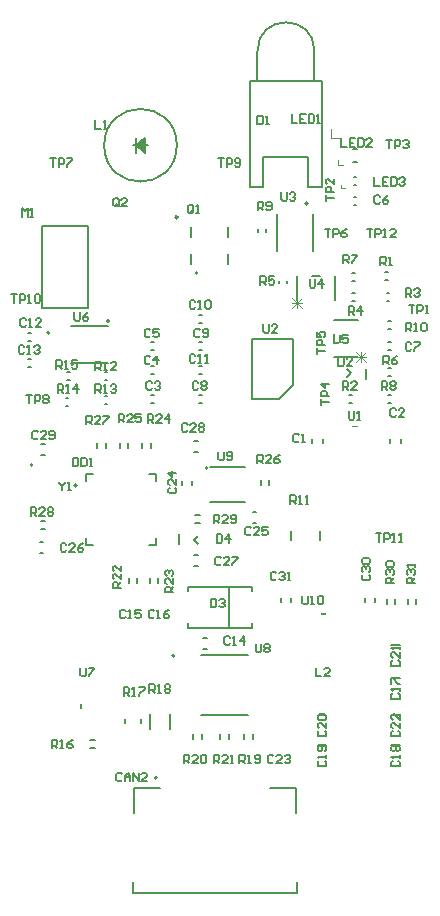
<source format=gto>
G04*
G04 #@! TF.GenerationSoftware,Altium Limited,Altium Designer,19.1.8 (144)*
G04*
G04 Layer_Color=65535*
%FSLAX44Y44*%
%MOMM*%
G71*
G01*
G75*
%ADD10C,0.1524*%
%ADD11C,0.1270*%
%ADD12C,0.2000*%
%ADD13C,0.0000*%
%ADD14C,0.2540*%
%ADD15C,0.1000*%
%ADD16C,0.1500*%
%ADD17C,0.0762*%
%ADD18C,0.1700*%
D10*
X1554734Y1107440D02*
G03*
X1554734Y1107440I-30734J0D01*
G01*
X1703832Y869442D02*
G03*
X1707388Y869442I1778J2276D01*
G01*
X1703832D02*
G03*
X1707388Y869442I1778J2276D01*
G01*
X1680718Y710438D02*
G03*
X1677162Y710438I-1778J-2276D01*
G01*
X1680718D02*
G03*
X1677162Y710438I-1778J-2276D01*
G01*
X1473774Y630282D02*
G03*
X1473774Y633838I-2276J1778D01*
G01*
Y630282D02*
G03*
X1473774Y633838I-2276J1778D01*
G01*
X1497838Y958342D02*
G03*
X1497838Y958342I-1270J0D01*
G01*
X1528186Y1101090D02*
Y1113790D01*
X1520566Y1107440D02*
X1528186Y1106170D01*
X1520566Y1107440D02*
X1528186Y1104900D01*
X1520566Y1107440D02*
X1528186Y1103630D01*
X1520566Y1107440D02*
X1528186Y1102360D01*
X1520566Y1107440D02*
X1528186Y1101090D01*
X1520566Y1107440D02*
X1528186Y1108710D01*
X1520566Y1107440D02*
X1528186Y1109980D01*
X1520566Y1107440D02*
X1528186Y1111250D01*
X1520566Y1107440D02*
X1528186Y1112520D01*
X1520566Y1107440D02*
X1528186Y1113790D01*
X1520566Y1101090D02*
Y1113790D01*
X1518026Y1107440D02*
X1530726D01*
X1656820Y976770D02*
Y996810D01*
X1668921D02*
X1676259D01*
X1688360Y976770D02*
Y996810D01*
X1687970Y927840D02*
X1708010D01*
X1687970Y939941D02*
Y947279D01*
Y959380D02*
X1708010D01*
X1479931Y969772D02*
Y1039368D01*
X1440307D02*
X1479931D01*
X1440307Y969772D02*
Y1039368D01*
Y969772D02*
X1479931D01*
D11*
X1671320Y1187450D02*
G03*
X1623060Y1187450I-24130J0D01*
G01*
X1470330Y819410D02*
G03*
X1470330Y819410I-1270J0D01*
G01*
X1677670Y1071880D02*
Y1162050D01*
X1616710D02*
X1677670D01*
X1616710Y1071880D02*
Y1162050D01*
X1671320D02*
Y1187450D01*
X1623060Y1162050D02*
Y1187450D01*
X1666240Y1071880D02*
X1677670D01*
X1666240D02*
Y1097280D01*
X1628140D02*
X1666240D01*
X1628140Y1071880D02*
Y1097280D01*
X1616710Y1071880D02*
X1628140D01*
X1670310Y1018280D02*
Y1049280D01*
X1639310Y1018280D02*
Y1049280D01*
X1678360Y855750D02*
Y858750D01*
X1669360Y855750D02*
Y858750D01*
X1465320Y923030D02*
X1496320D01*
X1465320Y954030D02*
X1496320D01*
X1582660Y805420D02*
X1612660D01*
X1582660Y835420D02*
X1612660D01*
X1619020Y796980D02*
X1622020D01*
X1619020Y787980D02*
X1622020D01*
X1569490Y760150D02*
X1572490D01*
X1569490Y751150D02*
X1572490D01*
X1558870Y820190D02*
Y823190D01*
X1567870Y820190D02*
Y823190D01*
X1439950Y845130D02*
X1442950D01*
X1439950Y854130D02*
X1442950D01*
X1438680Y762580D02*
X1441680D01*
X1438680Y771580D02*
X1441680D01*
X1713810Y721130D02*
Y724130D01*
X1722810Y721130D02*
Y724130D01*
X1642690Y721130D02*
Y724130D01*
X1651690Y721130D02*
Y724130D01*
X1736300Y666640D02*
X1743500D01*
X1736300Y684640D02*
X1743500D01*
X1736300Y638700D02*
X1743500D01*
X1736300Y656700D02*
X1743500D01*
X1736300Y606950D02*
X1743500D01*
X1736300Y624950D02*
X1743500D01*
X1674054Y624899D02*
X1681254D01*
X1674054Y606899D02*
X1681254D01*
X1674054Y599587D02*
X1681254D01*
X1674054Y581587D02*
X1681254D01*
X1736300Y581550D02*
X1743500D01*
X1736300Y599550D02*
X1743500D01*
X1577110Y681300D02*
X1580110D01*
X1577110Y690300D02*
X1580110D01*
X1575000Y624990D02*
X1615000D01*
X1575000Y675490D02*
X1615000D01*
X1532010Y613560D02*
Y625960D01*
X1549010Y613560D02*
Y625960D01*
X1511150Y618260D02*
Y621260D01*
X1524150Y618260D02*
Y621260D01*
X1655900Y541990D02*
Y562990D01*
X1633400D02*
X1655900D01*
X1518400Y542490D02*
Y563490D01*
X1540900D01*
X1517900Y473990D02*
Y483490D01*
X1656400Y473990D02*
X1656900Y474490D01*
Y483490D01*
X1517900Y473990D02*
X1656400D01*
X1744400Y855750D02*
Y858750D01*
X1735400Y855750D02*
Y858750D01*
X1569490Y856670D02*
X1572490D01*
X1569490Y847670D02*
X1572490D01*
X1598170Y1006600D02*
Y1015350D01*
Y1029350D02*
Y1038100D01*
X1566670Y1029350D02*
Y1038100D01*
Y1006600D02*
Y1015350D01*
D12*
X1665560Y1058230D02*
G03*
X1665560Y1058230I-1000J0D01*
G01*
X1446820Y948530D02*
G03*
X1446820Y948530I-1000J0D01*
G01*
X1580880Y834390D02*
G03*
X1580880Y834390I-1000J0D01*
G01*
X1552800Y675290D02*
G03*
X1552800Y675290I-1000J0D01*
G01*
X1537900Y571990D02*
G03*
X1537900Y571990I-1000J0D01*
G01*
X1572420Y999350D02*
G03*
X1572420Y999350I-1000J0D01*
G01*
X1704078Y1093522D02*
X1707078D01*
X1704078Y1104522D02*
X1707078D01*
X1704392Y1080416D02*
X1706392D01*
X1704392Y1073916D02*
X1706392D01*
X1704610Y1063700D02*
X1706610D01*
X1704610Y1057200D02*
X1706610D01*
X1641400Y990742D02*
Y992742D01*
X1647900Y990742D02*
Y992742D01*
X1703468Y975920D02*
X1705468D01*
X1703468Y982420D02*
X1705468D01*
X1731152Y993700D02*
X1733152D01*
X1731152Y1000200D02*
X1733152D01*
X1732422Y975920D02*
X1734422D01*
X1732422Y982420D02*
X1734422D01*
X1733692Y951790D02*
X1735692D01*
X1733692Y958290D02*
X1735692D01*
X1733820Y934010D02*
X1735820D01*
X1733820Y940510D02*
X1735820D01*
X1733948Y912420D02*
X1735948D01*
X1733948Y918920D02*
X1735948D01*
X1715030Y909900D02*
Y918150D01*
X1699030Y911150D02*
X1702280Y914400D01*
X1698905Y917775D02*
X1702280Y914400D01*
X1618760Y892710D02*
Y943710D01*
X1652760D01*
Y904210D02*
Y943710D01*
X1641260Y892710D02*
X1652760Y904210D01*
X1618760Y892710D02*
X1641260D01*
X1573800Y889560D02*
X1575800D01*
X1573800Y896060D02*
X1575800D01*
X1573800Y913690D02*
X1575800D01*
X1573800Y920190D02*
X1575800D01*
X1573800Y934010D02*
X1575800D01*
X1573800Y940510D02*
X1575800D01*
X1533160Y934010D02*
X1535160D01*
X1533160Y940510D02*
X1535160D01*
X1533160Y920190D02*
X1535160D01*
X1533160Y913690D02*
X1535160D01*
X1533160Y896060D02*
X1535160D01*
X1533160Y889560D02*
X1535160D01*
X1493662Y888290D02*
X1495662D01*
X1493662Y894790D02*
X1495662D01*
X1493662Y915110D02*
X1495662D01*
X1493662Y908610D02*
X1495662D01*
X1461912Y915110D02*
X1463912D01*
X1461912Y908610D02*
X1463912D01*
X1429020Y948130D02*
X1431020D01*
X1429020Y941630D02*
X1431020D01*
X1429020Y926540D02*
X1431020D01*
X1429020Y920040D02*
X1431020D01*
X1460898Y893520D02*
X1462898D01*
X1460898Y887020D02*
X1462898D01*
X1700672Y896060D02*
X1702672D01*
X1700672Y889560D02*
X1702672D01*
X1733948D02*
X1735948D01*
X1733948Y896060D02*
X1735948D01*
X1625910Y819690D02*
Y823690D01*
X1632910Y819690D02*
Y823690D01*
X1556490Y769680D02*
Y777930D01*
X1569240Y773430D02*
X1572490Y776680D01*
X1569240Y773430D02*
X1572615Y770055D01*
X1570260Y794710D02*
X1574260D01*
X1570260Y787710D02*
X1574260D01*
X1525580Y851440D02*
Y855440D01*
X1532580Y851440D02*
Y855440D01*
X1494480Y851440D02*
Y855440D01*
X1487480Y851440D02*
Y855440D01*
X1477490Y822830D02*
Y828830D01*
X1483490D01*
X1531490D02*
X1537490D01*
Y822830D02*
Y828830D01*
X1477490Y768830D02*
Y774830D01*
Y768830D02*
X1483490D01*
X1531490D02*
X1537490D01*
Y774830D01*
X1439450Y789630D02*
X1443450D01*
X1439450Y782630D02*
X1443450D01*
X1531930Y737140D02*
Y741140D01*
X1538930Y737140D02*
Y741140D01*
X1521150Y737140D02*
Y741140D01*
X1514150Y737140D02*
Y741140D01*
X1750370Y719360D02*
Y723360D01*
X1757370Y719360D02*
Y723360D01*
X1739590Y719360D02*
Y723360D01*
X1732590Y719360D02*
Y723360D01*
X1568760Y605060D02*
Y609060D01*
X1575760Y605060D02*
Y609060D01*
X1591620Y605060D02*
Y609060D01*
X1598620Y605060D02*
Y609060D01*
X1618940Y605060D02*
Y609060D01*
X1611940Y605060D02*
Y609060D01*
X1481360Y597210D02*
X1485360D01*
X1481360Y604210D02*
X1485360D01*
X1573800Y956870D02*
X1575800D01*
X1573800Y963370D02*
X1575800D01*
X1506530Y851440D02*
Y855440D01*
X1513530Y851440D02*
Y855440D01*
X1623620Y1034178D02*
Y1036178D01*
X1630120Y1034178D02*
Y1036178D01*
X1703212Y992430D02*
X1705212D01*
X1703212Y998930D02*
X1705212D01*
X1651200Y773240D02*
Y781240D01*
X1676200Y773240D02*
Y781240D01*
D13*
X1432720Y836850D02*
G03*
X1432720Y836850I-1270J0D01*
G01*
D14*
X1555480Y1046480D02*
G03*
X1555480Y1046480I-1000J0D01*
G01*
D15*
X1685280Y1113700D02*
Y1121450D01*
Y1113700D02*
X1685530Y1113450D01*
X1693530D01*
X1691360Y1091050D02*
X1695110D01*
X1691110Y1091300D02*
X1691360Y1091050D01*
X1691110Y1091300D02*
Y1094800D01*
X1694110Y1070960D02*
Y1073710D01*
Y1070960D02*
X1696860D01*
D16*
X1564310Y733780D02*
X1598810D01*
X1600310D01*
X1601810D02*
X1618310D01*
X1601810Y698780D02*
X1618310D01*
X1600310D02*
X1601810D01*
X1564310D02*
X1598810D01*
Y733780D01*
Y698780D02*
X1600310D01*
Y733780D02*
X1601810D01*
X1564310Y698780D02*
Y702780D01*
X1618310Y698780D02*
Y702780D01*
Y729780D02*
Y733780D01*
X1564310Y729780D02*
Y733780D01*
D17*
X1652546Y969575D02*
X1661010Y978039D01*
Y969575D02*
X1652546Y978039D01*
X1656778Y969575D02*
Y978039D01*
X1661010Y973807D02*
X1652546D01*
X1715205Y923566D02*
X1706741Y932030D01*
X1715205D02*
X1706741Y923566D01*
X1715205Y927798D02*
X1706741D01*
X1710973Y932030D02*
Y923566D01*
D18*
X1715643Y1036587D02*
X1720308D01*
X1717976D01*
Y1029589D01*
X1722641D02*
Y1036587D01*
X1726140D01*
X1727306Y1035421D01*
Y1033088D01*
X1726140Y1031922D01*
X1722641D01*
X1729639Y1029589D02*
X1731971D01*
X1730805D01*
Y1036587D01*
X1729639Y1035421D01*
X1740135Y1029589D02*
X1735470D01*
X1740135Y1034254D01*
Y1035421D01*
X1738969Y1036587D01*
X1736636D01*
X1735470Y1035421D01*
X1723263Y778777D02*
X1727928D01*
X1725596D01*
Y771779D01*
X1730261D02*
Y778777D01*
X1733760D01*
X1734926Y777610D01*
Y775278D01*
X1733760Y774112D01*
X1730261D01*
X1737258Y771779D02*
X1739591D01*
X1738425D01*
Y778777D01*
X1737258Y777610D01*
X1743090Y771779D02*
X1745423D01*
X1744256D01*
Y778777D01*
X1743090Y777610D01*
X1414780Y981088D02*
X1419445D01*
X1417113D01*
Y974090D01*
X1421778D02*
Y981088D01*
X1425277D01*
X1426443Y979921D01*
Y977589D01*
X1425277Y976423D01*
X1421778D01*
X1428775Y974090D02*
X1431108D01*
X1429942D01*
Y981088D01*
X1428775Y979921D01*
X1434607D02*
X1435773Y981088D01*
X1438106D01*
X1439272Y979921D01*
Y975256D01*
X1438106Y974090D01*
X1435773D01*
X1434607Y975256D01*
Y979921D01*
X1589913Y1096277D02*
X1594578D01*
X1592246D01*
Y1089279D01*
X1596911D02*
Y1096277D01*
X1600410D01*
X1601576Y1095110D01*
Y1092778D01*
X1600410Y1091612D01*
X1596911D01*
X1603909Y1090445D02*
X1605075Y1089279D01*
X1607407D01*
X1608574Y1090445D01*
Y1095110D01*
X1607407Y1096277D01*
X1605075D01*
X1603909Y1095110D01*
Y1093944D01*
X1605075Y1092778D01*
X1608574D01*
X1427480Y895998D02*
X1432145D01*
X1429813D01*
Y889000D01*
X1434478D02*
Y895998D01*
X1437977D01*
X1439143Y894831D01*
Y892499D01*
X1437977Y891333D01*
X1434478D01*
X1441476Y894831D02*
X1442642Y895998D01*
X1444974D01*
X1446141Y894831D01*
Y893665D01*
X1444974Y892499D01*
X1446141Y891333D01*
Y890166D01*
X1444974Y889000D01*
X1442642D01*
X1441476Y890166D01*
Y891333D01*
X1442642Y892499D01*
X1441476Y893665D01*
Y894831D01*
X1442642Y892499D02*
X1444974D01*
X1447673Y1096277D02*
X1452338D01*
X1450006D01*
Y1089279D01*
X1454671D02*
Y1096277D01*
X1458170D01*
X1459336Y1095110D01*
Y1092778D01*
X1458170Y1091612D01*
X1454671D01*
X1461669Y1096277D02*
X1466334D01*
Y1095110D01*
X1461669Y1090445D01*
Y1089279D01*
X1680083Y1036587D02*
X1684748D01*
X1682416D01*
Y1029589D01*
X1687081D02*
Y1036587D01*
X1690580D01*
X1691746Y1035421D01*
Y1033088D01*
X1690580Y1031922D01*
X1687081D01*
X1698744Y1036587D02*
X1696411Y1035421D01*
X1694079Y1033088D01*
Y1030755D01*
X1695245Y1029589D01*
X1697577D01*
X1698744Y1030755D01*
Y1031922D01*
X1697577Y1033088D01*
X1694079D01*
X1673212Y930910D02*
Y935575D01*
Y933243D01*
X1680210D01*
Y937908D02*
X1673212D01*
Y941407D01*
X1674379Y942573D01*
X1676711D01*
X1677877Y941407D01*
Y937908D01*
X1673212Y949571D02*
Y944905D01*
X1676711D01*
X1675545Y947238D01*
Y948404D01*
X1676711Y949571D01*
X1679044D01*
X1680210Y948404D01*
Y946072D01*
X1679044Y944905D01*
X1677022Y887730D02*
Y892395D01*
Y890063D01*
X1684020D01*
Y894728D02*
X1677022D01*
Y898227D01*
X1678188Y899393D01*
X1680521D01*
X1681687Y898227D01*
Y894728D01*
X1684020Y905224D02*
X1677022D01*
X1680521Y901725D01*
Y906391D01*
X1732280Y1111898D02*
X1736945D01*
X1734613D01*
Y1104900D01*
X1739278D02*
Y1111898D01*
X1742777D01*
X1743943Y1110732D01*
Y1108399D01*
X1742777Y1107233D01*
X1739278D01*
X1746275Y1110732D02*
X1747442Y1111898D01*
X1749774D01*
X1750941Y1110732D01*
Y1109565D01*
X1749774Y1108399D01*
X1748608D01*
X1749774D01*
X1750941Y1107233D01*
Y1106066D01*
X1749774Y1104900D01*
X1747442D01*
X1746275Y1106066D01*
X1680832Y1060450D02*
Y1065115D01*
Y1062783D01*
X1687830D01*
Y1067448D02*
X1680832D01*
Y1070947D01*
X1681998Y1072113D01*
X1684331D01*
X1685497Y1070947D01*
Y1067448D01*
X1687830Y1079111D02*
Y1074445D01*
X1683165Y1079111D01*
X1681998D01*
X1680832Y1077944D01*
Y1075612D01*
X1681998Y1074445D01*
X1751330Y972198D02*
X1755995D01*
X1753663D01*
Y965200D01*
X1758328D02*
Y972198D01*
X1761827D01*
X1762993Y971031D01*
Y968699D01*
X1761827Y967533D01*
X1758328D01*
X1765325Y965200D02*
X1767658D01*
X1766492D01*
Y972198D01*
X1765325Y971031D01*
X1473200Y665112D02*
Y659280D01*
X1474366Y658114D01*
X1476699D01*
X1477865Y659280D01*
Y665112D01*
X1480198D02*
X1484863D01*
Y663945D01*
X1480198Y659280D01*
Y658114D01*
X1531620Y643890D02*
Y650888D01*
X1535119D01*
X1536285Y649722D01*
Y647389D01*
X1535119Y646223D01*
X1531620D01*
X1533953D02*
X1536285Y643890D01*
X1538618D02*
X1540950D01*
X1539784D01*
Y650888D01*
X1538618Y649722D01*
X1544449D02*
X1545616Y650888D01*
X1547948D01*
X1549114Y649722D01*
Y648555D01*
X1547948Y647389D01*
X1549114Y646223D01*
Y645056D01*
X1547948Y643890D01*
X1545616D01*
X1544449Y645056D01*
Y646223D01*
X1545616Y647389D01*
X1544449Y648555D01*
Y649722D01*
X1545616Y647389D02*
X1547948D01*
X1510030Y641350D02*
Y648348D01*
X1513529D01*
X1514695Y647181D01*
Y644849D01*
X1513529Y643683D01*
X1510030D01*
X1512363D02*
X1514695Y641350D01*
X1517028D02*
X1519360D01*
X1518194D01*
Y648348D01*
X1517028Y647181D01*
X1522859Y648348D02*
X1527524D01*
Y647181D01*
X1522859Y642516D01*
Y641350D01*
X1449070Y596900D02*
Y603898D01*
X1452569D01*
X1453735Y602732D01*
Y600399D01*
X1452569Y599233D01*
X1449070D01*
X1451403D02*
X1453735Y596900D01*
X1456068D02*
X1458400D01*
X1457234D01*
Y603898D01*
X1456068Y602732D01*
X1466564Y603898D02*
X1464232Y602732D01*
X1461899Y600399D01*
Y598066D01*
X1463065Y596900D01*
X1465398D01*
X1466564Y598066D01*
Y599233D01*
X1465398Y600399D01*
X1461899D01*
X1508345Y574791D02*
X1507179Y575958D01*
X1504846D01*
X1503680Y574791D01*
Y570126D01*
X1504846Y568960D01*
X1507179D01*
X1508345Y570126D01*
X1510678Y568960D02*
Y573625D01*
X1513010Y575958D01*
X1515343Y573625D01*
Y568960D01*
Y572459D01*
X1510678D01*
X1517675Y568960D02*
Y575958D01*
X1522341Y568960D01*
Y575958D01*
X1529338Y568960D02*
X1524673D01*
X1529338Y573625D01*
Y574791D01*
X1528172Y575958D01*
X1525840D01*
X1524673Y574791D01*
X1455420Y822338D02*
Y821171D01*
X1457753Y818839D01*
X1460085Y821171D01*
Y822338D01*
X1457753Y818839D02*
Y815340D01*
X1462418D02*
X1464750D01*
X1463584D01*
Y822338D01*
X1462418Y821171D01*
X1661160Y725818D02*
Y719986D01*
X1662326Y718820D01*
X1664659D01*
X1665825Y719986D01*
Y725818D01*
X1668158Y718820D02*
X1670490D01*
X1669324D01*
Y725818D01*
X1668158Y724651D01*
X1673989D02*
X1675155Y725818D01*
X1677488D01*
X1678654Y724651D01*
Y719986D01*
X1677488Y718820D01*
X1675155D01*
X1673989Y719986D01*
Y724651D01*
X1590040Y847738D02*
Y841906D01*
X1591206Y840740D01*
X1593539D01*
X1594705Y841906D01*
Y847738D01*
X1597038Y841906D02*
X1598204Y840740D01*
X1600537D01*
X1601703Y841906D01*
Y846572D01*
X1600537Y847738D01*
X1598204D01*
X1597038Y846572D01*
Y845405D01*
X1598204Y844239D01*
X1601703D01*
X1621790Y685178D02*
Y679346D01*
X1622956Y678180D01*
X1625289D01*
X1626455Y679346D01*
Y685178D01*
X1628788Y684012D02*
X1629954Y685178D01*
X1632287D01*
X1633453Y684012D01*
Y682845D01*
X1632287Y681679D01*
X1633453Y680513D01*
Y679346D01*
X1632287Y678180D01*
X1629954D01*
X1628788Y679346D01*
Y680513D01*
X1629954Y681679D01*
X1628788Y682845D01*
Y684012D01*
X1629954Y681679D02*
X1632287D01*
X1700530Y882028D02*
Y876196D01*
X1701696Y875030D01*
X1704029D01*
X1705195Y876196D01*
Y882028D01*
X1707528Y875030D02*
X1709860D01*
X1708694D01*
Y882028D01*
X1707528Y880862D01*
X1756410Y736600D02*
X1749412D01*
Y740099D01*
X1750578Y741265D01*
X1752911D01*
X1754077Y740099D01*
Y736600D01*
Y738933D02*
X1756410Y741265D01*
X1750578Y743598D02*
X1749412Y744764D01*
Y747097D01*
X1750578Y748263D01*
X1751745D01*
X1752911Y747097D01*
Y745930D01*
Y747097D01*
X1754077Y748263D01*
X1755244D01*
X1756410Y747097D01*
Y744764D01*
X1755244Y743598D01*
X1756410Y750595D02*
Y752928D01*
Y751762D01*
X1749412D01*
X1750578Y750595D01*
X1738630Y736600D02*
X1731632D01*
Y740099D01*
X1732798Y741265D01*
X1735131D01*
X1736297Y740099D01*
Y736600D01*
Y738933D02*
X1738630Y741265D01*
X1732798Y743598D02*
X1731632Y744764D01*
Y747097D01*
X1732798Y748263D01*
X1733965D01*
X1735131Y747097D01*
Y745930D01*
Y747097D01*
X1736297Y748263D01*
X1737464D01*
X1738630Y747097D01*
Y744764D01*
X1737464Y743598D01*
X1732798Y750595D02*
X1731632Y751762D01*
Y754094D01*
X1732798Y755261D01*
X1737464D01*
X1738630Y754094D01*
Y751762D01*
X1737464Y750595D01*
X1732798D01*
X1586230Y787400D02*
Y794398D01*
X1589729D01*
X1590895Y793232D01*
Y790899D01*
X1589729Y789733D01*
X1586230D01*
X1588563D02*
X1590895Y787400D01*
X1597893D02*
X1593228D01*
X1597893Y792065D01*
Y793232D01*
X1596727Y794398D01*
X1594394D01*
X1593228Y793232D01*
X1600226Y788566D02*
X1601392Y787400D01*
X1603724D01*
X1604891Y788566D01*
Y793232D01*
X1603724Y794398D01*
X1601392D01*
X1600226Y793232D01*
Y792065D01*
X1601392Y790899D01*
X1604891D01*
X1431290Y793750D02*
Y800748D01*
X1434789D01*
X1435955Y799582D01*
Y797249D01*
X1434789Y796083D01*
X1431290D01*
X1433623D02*
X1435955Y793750D01*
X1442953D02*
X1438288D01*
X1442953Y798415D01*
Y799582D01*
X1441787Y800748D01*
X1439454D01*
X1438288Y799582D01*
X1445285D02*
X1446452Y800748D01*
X1448784D01*
X1449951Y799582D01*
Y798415D01*
X1448784Y797249D01*
X1449951Y796083D01*
Y794916D01*
X1448784Y793750D01*
X1446452D01*
X1445285Y794916D01*
Y796083D01*
X1446452Y797249D01*
X1445285Y798415D01*
Y799582D01*
X1446452Y797249D02*
X1448784D01*
X1478280Y871220D02*
Y878218D01*
X1481779D01*
X1482945Y877051D01*
Y874719D01*
X1481779Y873553D01*
X1478280D01*
X1480613D02*
X1482945Y871220D01*
X1489943D02*
X1485278D01*
X1489943Y875885D01*
Y877051D01*
X1488777Y878218D01*
X1486444D01*
X1485278Y877051D01*
X1492276Y878218D02*
X1496941D01*
Y877051D01*
X1492276Y872386D01*
Y871220D01*
X1623060Y838200D02*
Y845198D01*
X1626559D01*
X1627725Y844032D01*
Y841699D01*
X1626559Y840533D01*
X1623060D01*
X1625393D02*
X1627725Y838200D01*
X1634723D02*
X1630058D01*
X1634723Y842865D01*
Y844032D01*
X1633557Y845198D01*
X1631224D01*
X1630058Y844032D01*
X1641721Y845198D02*
X1639388Y844032D01*
X1637056Y841699D01*
Y839366D01*
X1638222Y838200D01*
X1640554D01*
X1641721Y839366D01*
Y840533D01*
X1640554Y841699D01*
X1637056D01*
X1505712Y872744D02*
Y879742D01*
X1509211D01*
X1510377Y878576D01*
Y876243D01*
X1509211Y875077D01*
X1505712D01*
X1508045D02*
X1510377Y872744D01*
X1517375D02*
X1512710D01*
X1517375Y877409D01*
Y878576D01*
X1516209Y879742D01*
X1513876D01*
X1512710Y878576D01*
X1524373Y879742D02*
X1519707D01*
Y876243D01*
X1522040Y877409D01*
X1523206D01*
X1524373Y876243D01*
Y873910D01*
X1523206Y872744D01*
X1520874D01*
X1519707Y873910D01*
X1530350Y872490D02*
Y879488D01*
X1533849D01*
X1535015Y878322D01*
Y875989D01*
X1533849Y874823D01*
X1530350D01*
X1532683D02*
X1535015Y872490D01*
X1542013D02*
X1537348D01*
X1542013Y877155D01*
Y878322D01*
X1540847Y879488D01*
X1538514D01*
X1537348Y878322D01*
X1547844Y872490D02*
Y879488D01*
X1544346Y875989D01*
X1549011D01*
X1551940Y728980D02*
X1544942D01*
Y732479D01*
X1546109Y733645D01*
X1548441D01*
X1549607Y732479D01*
Y728980D01*
Y731313D02*
X1551940Y733645D01*
Y740643D02*
Y735978D01*
X1547275Y740643D01*
X1546109D01*
X1544942Y739477D01*
Y737144D01*
X1546109Y735978D01*
Y742975D02*
X1544942Y744142D01*
Y746474D01*
X1546109Y747641D01*
X1547275D01*
X1548441Y746474D01*
Y745308D01*
Y746474D01*
X1549607Y747641D01*
X1550774D01*
X1551940Y746474D01*
Y744142D01*
X1550774Y742975D01*
X1507490Y732790D02*
X1500492D01*
Y736289D01*
X1501658Y737455D01*
X1503991D01*
X1505157Y736289D01*
Y732790D01*
Y735123D02*
X1507490Y737455D01*
Y744453D02*
Y739788D01*
X1502825Y744453D01*
X1501658D01*
X1500492Y743287D01*
Y740954D01*
X1501658Y739788D01*
X1507490Y751451D02*
Y746786D01*
X1502825Y751451D01*
X1501658D01*
X1500492Y750284D01*
Y747952D01*
X1501658Y746786D01*
X1586230Y584200D02*
Y591198D01*
X1589729D01*
X1590895Y590032D01*
Y587699D01*
X1589729Y586533D01*
X1586230D01*
X1588563D02*
X1590895Y584200D01*
X1597893D02*
X1593228D01*
X1597893Y588865D01*
Y590032D01*
X1596727Y591198D01*
X1594394D01*
X1593228Y590032D01*
X1600226Y584200D02*
X1602558D01*
X1601392D01*
Y591198D01*
X1600226Y590032D01*
X1560830Y584200D02*
Y591198D01*
X1564329D01*
X1565495Y590032D01*
Y587699D01*
X1564329Y586533D01*
X1560830D01*
X1563163D02*
X1565495Y584200D01*
X1572493D02*
X1567828D01*
X1572493Y588865D01*
Y590032D01*
X1571327Y591198D01*
X1568994D01*
X1567828Y590032D01*
X1574825D02*
X1575992Y591198D01*
X1578324D01*
X1579491Y590032D01*
Y585366D01*
X1578324Y584200D01*
X1575992D01*
X1574825Y585366D01*
Y590032D01*
X1607820Y584200D02*
Y591198D01*
X1611319D01*
X1612485Y590032D01*
Y587699D01*
X1611319Y586533D01*
X1607820D01*
X1610153D02*
X1612485Y584200D01*
X1614818D02*
X1617150D01*
X1615984D01*
Y591198D01*
X1614818Y590032D01*
X1620649Y585366D02*
X1621815Y584200D01*
X1624148D01*
X1625314Y585366D01*
Y590032D01*
X1624148Y591198D01*
X1621815D01*
X1620649Y590032D01*
Y588865D01*
X1621815Y587699D01*
X1625314D01*
X1452880Y918210D02*
Y925208D01*
X1456379D01*
X1457545Y924042D01*
Y921709D01*
X1456379Y920543D01*
X1452880D01*
X1455213D02*
X1457545Y918210D01*
X1459878D02*
X1462210D01*
X1461044D01*
Y925208D01*
X1459878Y924042D01*
X1470374Y925208D02*
X1465709D01*
Y921709D01*
X1468042Y922875D01*
X1469208D01*
X1470374Y921709D01*
Y919376D01*
X1469208Y918210D01*
X1466875D01*
X1465709Y919376D01*
X1454150Y897890D02*
Y904888D01*
X1457649D01*
X1458815Y903721D01*
Y901389D01*
X1457649Y900223D01*
X1454150D01*
X1456483D02*
X1458815Y897890D01*
X1461148D02*
X1463480D01*
X1462314D01*
Y904888D01*
X1461148Y903721D01*
X1470478Y897890D02*
Y904888D01*
X1466979Y901389D01*
X1471644D01*
X1728470Y900430D02*
Y907428D01*
X1731969D01*
X1733135Y906262D01*
Y903929D01*
X1731969Y902763D01*
X1728470D01*
X1730803D02*
X1733135Y900430D01*
X1735468Y906262D02*
X1736634Y907428D01*
X1738967D01*
X1740133Y906262D01*
Y905095D01*
X1738967Y903929D01*
X1740133Y902763D01*
Y901596D01*
X1738967Y900430D01*
X1736634D01*
X1735468Y901596D01*
Y902763D01*
X1736634Y903929D01*
X1735468Y905095D01*
Y906262D01*
X1736634Y903929D02*
X1738967D01*
X1729740Y922020D02*
Y929018D01*
X1733239D01*
X1734405Y927851D01*
Y925519D01*
X1733239Y924353D01*
X1729740D01*
X1732073D02*
X1734405Y922020D01*
X1741403Y929018D02*
X1739070Y927851D01*
X1736738Y925519D01*
Y923186D01*
X1737904Y922020D01*
X1740237D01*
X1741403Y923186D01*
Y924353D01*
X1740237Y925519D01*
X1736738D01*
X1672590Y664858D02*
Y657860D01*
X1677255D01*
X1684253D02*
X1679588D01*
X1684253Y662525D01*
Y663691D01*
X1683087Y664858D01*
X1680754D01*
X1679588Y663691D01*
X1466850Y842658D02*
Y835660D01*
X1470349D01*
X1471515Y836826D01*
Y841491D01*
X1470349Y842658D01*
X1466850D01*
X1473848D02*
Y835660D01*
X1477347D01*
X1478513Y836826D01*
Y841491D01*
X1477347Y842658D01*
X1473848D01*
X1480845Y835660D02*
X1483178D01*
X1482012D01*
Y842658D01*
X1480845Y841491D01*
X1588770Y777888D02*
Y770890D01*
X1592269D01*
X1593435Y772056D01*
Y776721D01*
X1592269Y777888D01*
X1588770D01*
X1599267Y770890D02*
Y777888D01*
X1595768Y774389D01*
X1600433D01*
X1583690Y723278D02*
Y716280D01*
X1587189D01*
X1588355Y717446D01*
Y722112D01*
X1587189Y723278D01*
X1583690D01*
X1590688Y722112D02*
X1591854Y723278D01*
X1594187D01*
X1595353Y722112D01*
Y720945D01*
X1594187Y719779D01*
X1593020D01*
X1594187D01*
X1595353Y718613D01*
Y717446D01*
X1594187Y716280D01*
X1591854D01*
X1590688Y717446D01*
X1639155Y744971D02*
X1637989Y746138D01*
X1635656D01*
X1634490Y744971D01*
Y740306D01*
X1635656Y739140D01*
X1637989D01*
X1639155Y740306D01*
X1641488Y744971D02*
X1642654Y746138D01*
X1644987D01*
X1646153Y744971D01*
Y743805D01*
X1644987Y742639D01*
X1643820D01*
X1644987D01*
X1646153Y741473D01*
Y740306D01*
X1644987Y739140D01*
X1642654D01*
X1641488Y740306D01*
X1648486Y739140D02*
X1650818D01*
X1649652D01*
Y746138D01*
X1648486Y744971D01*
X1712478Y743805D02*
X1711312Y742639D01*
Y740306D01*
X1712478Y739140D01*
X1717144D01*
X1718310Y740306D01*
Y742639D01*
X1717144Y743805D01*
X1712478Y746138D02*
X1711312Y747304D01*
Y749637D01*
X1712478Y750803D01*
X1713645D01*
X1714811Y749637D01*
Y748470D01*
Y749637D01*
X1715977Y750803D01*
X1717144D01*
X1718310Y749637D01*
Y747304D01*
X1717144Y746138D01*
X1712478Y753136D02*
X1711312Y754302D01*
Y756634D01*
X1712478Y757801D01*
X1717144D01*
X1718310Y756634D01*
Y754302D01*
X1717144Y753136D01*
X1712478D01*
X1437225Y864352D02*
X1436059Y865518D01*
X1433726D01*
X1432560Y864352D01*
Y859686D01*
X1433726Y858520D01*
X1436059D01*
X1437225Y859686D01*
X1444223Y858520D02*
X1439558D01*
X1444223Y863185D01*
Y864352D01*
X1443057Y865518D01*
X1440724D01*
X1439558Y864352D01*
X1446555Y859686D02*
X1447722Y858520D01*
X1450054D01*
X1451221Y859686D01*
Y864352D01*
X1450054Y865518D01*
X1447722D01*
X1446555Y864352D01*
Y863185D01*
X1447722Y862019D01*
X1451221D01*
X1563844Y870828D02*
X1562678Y871995D01*
X1560345D01*
X1559179Y870828D01*
Y866163D01*
X1560345Y864997D01*
X1562678D01*
X1563844Y866163D01*
X1570842Y864997D02*
X1566177D01*
X1570842Y869662D01*
Y870828D01*
X1569676Y871995D01*
X1567343D01*
X1566177Y870828D01*
X1573174D02*
X1574341Y871995D01*
X1576673D01*
X1577840Y870828D01*
Y869662D01*
X1576673Y868496D01*
X1577840Y867330D01*
Y866163D01*
X1576673Y864997D01*
X1574341D01*
X1573174Y866163D01*
Y867330D01*
X1574341Y868496D01*
X1573174Y869662D01*
Y870828D01*
X1574341Y868496D02*
X1576673D01*
X1592165Y757672D02*
X1590999Y758838D01*
X1588666D01*
X1587500Y757672D01*
Y753006D01*
X1588666Y751840D01*
X1590999D01*
X1592165Y753006D01*
X1599163Y751840D02*
X1594498D01*
X1599163Y756505D01*
Y757672D01*
X1597997Y758838D01*
X1595664D01*
X1594498Y757672D01*
X1601496Y758838D02*
X1606161D01*
Y757672D01*
X1601496Y753006D01*
Y751840D01*
X1461355Y769101D02*
X1460189Y770268D01*
X1457856D01*
X1456690Y769101D01*
Y764436D01*
X1457856Y763270D01*
X1460189D01*
X1461355Y764436D01*
X1468353Y763270D02*
X1463688D01*
X1468353Y767935D01*
Y769101D01*
X1467187Y770268D01*
X1464854D01*
X1463688Y769101D01*
X1475351Y770268D02*
X1473018Y769101D01*
X1470685Y766769D01*
Y764436D01*
X1471852Y763270D01*
X1474184D01*
X1475351Y764436D01*
Y765603D01*
X1474184Y766769D01*
X1470685D01*
X1617565Y783072D02*
X1616399Y784238D01*
X1614066D01*
X1612900Y783072D01*
Y778406D01*
X1614066Y777240D01*
X1616399D01*
X1617565Y778406D01*
X1624563Y777240D02*
X1619898D01*
X1624563Y781905D01*
Y783072D01*
X1623397Y784238D01*
X1621064D01*
X1619898Y783072D01*
X1631561Y784238D02*
X1626895D01*
Y780739D01*
X1629228Y781905D01*
X1630394D01*
X1631561Y780739D01*
Y778406D01*
X1630394Y777240D01*
X1628062D01*
X1626895Y778406D01*
X1548649Y817465D02*
X1547482Y816299D01*
Y813966D01*
X1548649Y812800D01*
X1553314D01*
X1554480Y813966D01*
Y816299D01*
X1553314Y817465D01*
X1554480Y824463D02*
Y819798D01*
X1549815Y824463D01*
X1548649D01*
X1547482Y823297D01*
Y820964D01*
X1548649Y819798D01*
X1554480Y830294D02*
X1547482D01*
X1550981Y826796D01*
Y831461D01*
X1636615Y590032D02*
X1635449Y591198D01*
X1633116D01*
X1631950Y590032D01*
Y585366D01*
X1633116Y584200D01*
X1635449D01*
X1636615Y585366D01*
X1643613Y584200D02*
X1638948D01*
X1643613Y588865D01*
Y590032D01*
X1642447Y591198D01*
X1640114D01*
X1638948Y590032D01*
X1645945D02*
X1647112Y591198D01*
X1649444D01*
X1650611Y590032D01*
Y588865D01*
X1649444Y587699D01*
X1648278D01*
X1649444D01*
X1650611Y586533D01*
Y585366D01*
X1649444Y584200D01*
X1647112D01*
X1645945Y585366D01*
X1737668Y611615D02*
X1736502Y610449D01*
Y608116D01*
X1737668Y606950D01*
X1742334D01*
X1743500Y608116D01*
Y610449D01*
X1742334Y611615D01*
X1743500Y618613D02*
Y613948D01*
X1738835Y618613D01*
X1737668D01*
X1736502Y617447D01*
Y615114D01*
X1737668Y613948D01*
X1743500Y625611D02*
Y620946D01*
X1738835Y625611D01*
X1737668D01*
X1736502Y624444D01*
Y622112D01*
X1737668Y620946D01*
Y671305D02*
X1736502Y670139D01*
Y667806D01*
X1737668Y666640D01*
X1742334D01*
X1743500Y667806D01*
Y670139D01*
X1742334Y671305D01*
X1743500Y678303D02*
Y673638D01*
X1738835Y678303D01*
X1737668D01*
X1736502Y677137D01*
Y674804D01*
X1737668Y673638D01*
X1743500Y680636D02*
Y682968D01*
Y681802D01*
X1736502D01*
X1737668Y680636D01*
X1675423Y611564D02*
X1674256Y610398D01*
Y608066D01*
X1675423Y606899D01*
X1680088D01*
X1681254Y608066D01*
Y610398D01*
X1680088Y611564D01*
X1681254Y618562D02*
Y613897D01*
X1676589Y618562D01*
X1675423D01*
X1674256Y617396D01*
Y615063D01*
X1675423Y613897D01*
Y620895D02*
X1674256Y622061D01*
Y624394D01*
X1675423Y625560D01*
X1680088D01*
X1681254Y624394D01*
Y622061D01*
X1680088Y620895D01*
X1675423D01*
Y586253D02*
X1674256Y585086D01*
Y582754D01*
X1675423Y581587D01*
X1680088D01*
X1681254Y582754D01*
Y585086D01*
X1680088Y586253D01*
X1681254Y588585D02*
Y590918D01*
Y589751D01*
X1674256D01*
X1675423Y588585D01*
X1680088Y594417D02*
X1681254Y595583D01*
Y597915D01*
X1680088Y599082D01*
X1675423D01*
X1674256Y597915D01*
Y595583D01*
X1675423Y594417D01*
X1676589D01*
X1677755Y595583D01*
Y599082D01*
X1737668Y586215D02*
X1736502Y585049D01*
Y582716D01*
X1737668Y581550D01*
X1742334D01*
X1743500Y582716D01*
Y585049D01*
X1742334Y586215D01*
X1743500Y588548D02*
Y590880D01*
Y589714D01*
X1736502D01*
X1737668Y588548D01*
Y594379D02*
X1736502Y595546D01*
Y597878D01*
X1737668Y599044D01*
X1738835D01*
X1740001Y597878D01*
X1741167Y599044D01*
X1742334D01*
X1743500Y597878D01*
Y595546D01*
X1742334Y594379D01*
X1741167D01*
X1740001Y595546D01*
X1738835Y594379D01*
X1737668D01*
X1740001Y595546D02*
Y597878D01*
X1737668Y643365D02*
X1736502Y642199D01*
Y639866D01*
X1737668Y638700D01*
X1742334D01*
X1743500Y639866D01*
Y642199D01*
X1742334Y643365D01*
X1743500Y645698D02*
Y648030D01*
Y646864D01*
X1736502D01*
X1737668Y645698D01*
X1736502Y651529D02*
Y656194D01*
X1737668D01*
X1742334Y651529D01*
X1743500D01*
X1535523Y712713D02*
X1534357Y713880D01*
X1532024D01*
X1530858Y712713D01*
Y708048D01*
X1532024Y706882D01*
X1534357D01*
X1535523Y708048D01*
X1537856Y706882D02*
X1540188D01*
X1539022D01*
Y713880D01*
X1537856Y712713D01*
X1548352Y713880D02*
X1546020Y712713D01*
X1543687Y710381D01*
Y708048D01*
X1544854Y706882D01*
X1547186D01*
X1548352Y708048D01*
Y709215D01*
X1547186Y710381D01*
X1543687D01*
X1511393Y712713D02*
X1510227Y713880D01*
X1507894D01*
X1506728Y712713D01*
Y708048D01*
X1507894Y706882D01*
X1510227D01*
X1511393Y708048D01*
X1513726Y706882D02*
X1516058D01*
X1514892D01*
Y713880D01*
X1513726Y712713D01*
X1524222Y713880D02*
X1519557D01*
Y710381D01*
X1521890Y711547D01*
X1523056D01*
X1524222Y710381D01*
Y708048D01*
X1523056Y706882D01*
X1520724D01*
X1519557Y708048D01*
X1599785Y690361D02*
X1598619Y691528D01*
X1596286D01*
X1595120Y690361D01*
Y685696D01*
X1596286Y684530D01*
X1598619D01*
X1599785Y685696D01*
X1602118Y684530D02*
X1604450D01*
X1603284D01*
Y691528D01*
X1602118Y690361D01*
X1611448Y684530D02*
Y691528D01*
X1607949Y688029D01*
X1612614D01*
X1740247Y883401D02*
X1739081Y884568D01*
X1736748D01*
X1735582Y883401D01*
Y878736D01*
X1736748Y877570D01*
X1739081D01*
X1740247Y878736D01*
X1747245Y877570D02*
X1742580D01*
X1747245Y882235D01*
Y883401D01*
X1746079Y884568D01*
X1743746D01*
X1742580Y883401D01*
X1658205Y861812D02*
X1657039Y862978D01*
X1654706D01*
X1653540Y861812D01*
Y857146D01*
X1654706Y855980D01*
X1657039D01*
X1658205Y857146D01*
X1660538Y855980D02*
X1662870D01*
X1661704D01*
Y862978D01*
X1660538Y861812D01*
X1468120Y965848D02*
Y960016D01*
X1469286Y958850D01*
X1471619D01*
X1472785Y960016D01*
Y965848D01*
X1479783D02*
X1477450Y964681D01*
X1475118Y962349D01*
Y960016D01*
X1476284Y958850D01*
X1478617D01*
X1479783Y960016D01*
Y961183D01*
X1478617Y962349D01*
X1475118D01*
X1643380Y1067448D02*
Y1061616D01*
X1644546Y1060450D01*
X1646879D01*
X1648045Y1061616D01*
Y1067448D01*
X1650378Y1066282D02*
X1651544Y1067448D01*
X1653877D01*
X1655043Y1066282D01*
Y1065115D01*
X1653877Y1063949D01*
X1652710D01*
X1653877D01*
X1655043Y1062783D01*
Y1061616D01*
X1653877Y1060450D01*
X1651544D01*
X1650378Y1061616D01*
X1505551Y1056790D02*
Y1061456D01*
X1504385Y1062622D01*
X1502052D01*
X1500886Y1061456D01*
Y1056790D01*
X1502052Y1055624D01*
X1504385D01*
X1503219Y1057957D02*
X1505551Y1055624D01*
X1504385D02*
X1505551Y1056790D01*
X1512549Y1055624D02*
X1507884D01*
X1512549Y1060289D01*
Y1061456D01*
X1511383Y1062622D01*
X1509050D01*
X1507884Y1061456D01*
X1568797Y1050948D02*
Y1055613D01*
X1567631Y1056780D01*
X1565298D01*
X1564132Y1055613D01*
Y1050948D01*
X1565298Y1049782D01*
X1567631D01*
X1566465Y1052115D02*
X1568797Y1049782D01*
X1567631D02*
X1568797Y1050948D01*
X1571130Y1049782D02*
X1573462D01*
X1572296D01*
Y1056780D01*
X1571130Y1055613D01*
X1687970Y946939D02*
Y941108D01*
X1689136Y939941D01*
X1691469D01*
X1692635Y941108D01*
Y946939D01*
X1699633D02*
X1694968D01*
Y943440D01*
X1697300Y944607D01*
X1698467D01*
X1699633Y943440D01*
Y941108D01*
X1698467Y939941D01*
X1696134D01*
X1694968Y941108D01*
X1667510Y993788D02*
Y987956D01*
X1668676Y986790D01*
X1671009D01*
X1672175Y987956D01*
Y993788D01*
X1678007Y986790D02*
Y993788D01*
X1674508Y990289D01*
X1679173D01*
X1628140Y955688D02*
Y949856D01*
X1629306Y948690D01*
X1631639D01*
X1632805Y949856D01*
Y955688D01*
X1639803Y948690D02*
X1635138D01*
X1639803Y953355D01*
Y954521D01*
X1638637Y955688D01*
X1636304D01*
X1635138Y954521D01*
X1423797Y1046988D02*
Y1053986D01*
X1426130Y1051653D01*
X1428462Y1053986D01*
Y1046988D01*
X1430795D02*
X1433127D01*
X1431961D01*
Y1053986D01*
X1430795Y1052820D01*
X1485900Y1128408D02*
Y1121410D01*
X1490565D01*
X1492898D02*
X1495230D01*
X1494064D01*
Y1128408D01*
X1492898Y1127242D01*
X1691640Y927748D02*
Y920750D01*
X1695139D01*
X1696305Y921916D01*
Y926581D01*
X1695139Y927748D01*
X1691640D01*
X1703303Y920750D02*
X1698638D01*
X1703303Y925415D01*
Y926581D01*
X1702137Y927748D01*
X1699804D01*
X1698638Y926581D01*
X1485900Y897890D02*
Y904888D01*
X1489399D01*
X1490565Y903721D01*
Y901389D01*
X1489399Y900223D01*
X1485900D01*
X1488233D02*
X1490565Y897890D01*
X1492898D02*
X1495230D01*
X1494064D01*
Y904888D01*
X1492898Y903721D01*
X1498729D02*
X1499895Y904888D01*
X1502228D01*
X1503394Y903721D01*
Y902555D01*
X1502228Y901389D01*
X1501062D01*
X1502228D01*
X1503394Y900223D01*
Y899056D01*
X1502228Y897890D01*
X1499895D01*
X1498729Y899056D01*
X1485900Y916940D02*
Y923938D01*
X1489399D01*
X1490565Y922772D01*
Y920439D01*
X1489399Y919273D01*
X1485900D01*
X1488233D02*
X1490565Y916940D01*
X1492898D02*
X1495230D01*
X1494064D01*
Y923938D01*
X1492898Y922772D01*
X1503394Y916940D02*
X1498729D01*
X1503394Y921605D01*
Y922772D01*
X1502228Y923938D01*
X1499895D01*
X1498729Y922772D01*
X1651000Y803910D02*
Y810908D01*
X1654499D01*
X1655665Y809742D01*
Y807409D01*
X1654499Y806243D01*
X1651000D01*
X1653333D02*
X1655665Y803910D01*
X1657998D02*
X1660330D01*
X1659164D01*
Y810908D01*
X1657998Y809742D01*
X1663829Y803910D02*
X1666162D01*
X1664996D01*
Y810908D01*
X1663829Y809742D01*
X1748790Y949960D02*
Y956958D01*
X1752289D01*
X1753455Y955791D01*
Y953459D01*
X1752289Y952293D01*
X1748790D01*
X1751123D02*
X1753455Y949960D01*
X1755788D02*
X1758120D01*
X1756954D01*
Y956958D01*
X1755788Y955791D01*
X1761619D02*
X1762785Y956958D01*
X1765118D01*
X1766284Y955791D01*
Y951126D01*
X1765118Y949960D01*
X1762785D01*
X1761619Y951126D01*
Y955791D01*
X1695704Y1007618D02*
Y1014616D01*
X1699203D01*
X1700369Y1013449D01*
Y1011117D01*
X1699203Y1009951D01*
X1695704D01*
X1698037D02*
X1700369Y1007618D01*
X1702702Y1014616D02*
X1707367D01*
Y1013449D01*
X1702702Y1008784D01*
Y1007618D01*
X1623314Y1052322D02*
Y1059320D01*
X1626813D01*
X1627979Y1058154D01*
Y1055821D01*
X1626813Y1054655D01*
X1623314D01*
X1625647D02*
X1627979Y1052322D01*
X1630312Y1053488D02*
X1631478Y1052322D01*
X1633811D01*
X1634977Y1053488D01*
Y1058154D01*
X1633811Y1059320D01*
X1631478D01*
X1630312Y1058154D01*
Y1056987D01*
X1631478Y1055821D01*
X1634977D01*
X1625600Y989330D02*
Y996328D01*
X1629099D01*
X1630265Y995162D01*
Y992829D01*
X1629099Y991663D01*
X1625600D01*
X1627933D02*
X1630265Y989330D01*
X1637263Y996328D02*
X1632598D01*
Y992829D01*
X1634930Y993995D01*
X1636097D01*
X1637263Y992829D01*
Y990496D01*
X1636097Y989330D01*
X1633764D01*
X1632598Y990496D01*
X1700530Y963930D02*
Y970928D01*
X1704029D01*
X1705195Y969762D01*
Y967429D01*
X1704029Y966263D01*
X1700530D01*
X1702863D02*
X1705195Y963930D01*
X1711027D02*
Y970928D01*
X1707528Y967429D01*
X1712193D01*
X1748790Y979170D02*
Y986168D01*
X1752289D01*
X1753455Y985002D01*
Y982669D01*
X1752289Y981503D01*
X1748790D01*
X1751123D02*
X1753455Y979170D01*
X1755788Y985002D02*
X1756954Y986168D01*
X1759287D01*
X1760453Y985002D01*
Y983835D01*
X1759287Y982669D01*
X1758120D01*
X1759287D01*
X1760453Y981503D01*
Y980336D01*
X1759287Y979170D01*
X1756954D01*
X1755788Y980336D01*
X1695450Y900430D02*
Y907428D01*
X1698949D01*
X1700115Y906262D01*
Y903929D01*
X1698949Y902763D01*
X1695450D01*
X1697783D02*
X1700115Y900430D01*
X1707113D02*
X1702448D01*
X1707113Y905095D01*
Y906262D01*
X1705947Y907428D01*
X1703614D01*
X1702448Y906262D01*
X1727200Y1005840D02*
Y1012838D01*
X1730699D01*
X1731865Y1011672D01*
Y1009339D01*
X1730699Y1008173D01*
X1727200D01*
X1729533D02*
X1731865Y1005840D01*
X1734198D02*
X1736530D01*
X1735364D01*
Y1012838D01*
X1734198Y1011672D01*
X1722120Y1080148D02*
Y1073150D01*
X1726785D01*
X1733783Y1080148D02*
X1729118D01*
Y1073150D01*
X1733783D01*
X1729118Y1076649D02*
X1731450D01*
X1736116Y1080148D02*
Y1073150D01*
X1739614D01*
X1740781Y1074316D01*
Y1078981D01*
X1739614Y1080148D01*
X1736116D01*
X1743113Y1078981D02*
X1744279Y1080148D01*
X1746612D01*
X1747778Y1078981D01*
Y1077815D01*
X1746612Y1076649D01*
X1745446D01*
X1746612D01*
X1747778Y1075483D01*
Y1074316D01*
X1746612Y1073150D01*
X1744279D01*
X1743113Y1074316D01*
X1694180Y1113168D02*
Y1106170D01*
X1698845D01*
X1705843Y1113168D02*
X1701178D01*
Y1106170D01*
X1705843D01*
X1701178Y1109669D02*
X1703510D01*
X1708176Y1113168D02*
Y1106170D01*
X1711674D01*
X1712841Y1107336D01*
Y1112001D01*
X1711674Y1113168D01*
X1708176D01*
X1719838Y1106170D02*
X1715173D01*
X1719838Y1110835D01*
Y1112001D01*
X1718672Y1113168D01*
X1716340D01*
X1715173Y1112001D01*
X1652270Y1133488D02*
Y1126490D01*
X1656935D01*
X1663933Y1133488D02*
X1659268D01*
Y1126490D01*
X1663933D01*
X1659268Y1129989D02*
X1661600D01*
X1666266Y1133488D02*
Y1126490D01*
X1669764D01*
X1670931Y1127656D01*
Y1132321D01*
X1669764Y1133488D01*
X1666266D01*
X1673263Y1126490D02*
X1675596D01*
X1674429D01*
Y1133488D01*
X1673263Y1132321D01*
X1623060Y1132218D02*
Y1125220D01*
X1626559D01*
X1627725Y1126386D01*
Y1131051D01*
X1626559Y1132218D01*
X1623060D01*
X1630058Y1125220D02*
X1632390D01*
X1631224D01*
Y1132218D01*
X1630058Y1131051D01*
X1425795Y936741D02*
X1424629Y937908D01*
X1422296D01*
X1421130Y936741D01*
Y932076D01*
X1422296Y930910D01*
X1424629D01*
X1425795Y932076D01*
X1428128Y930910D02*
X1430460D01*
X1429294D01*
Y937908D01*
X1428128Y936741D01*
X1433959D02*
X1435125Y937908D01*
X1437458D01*
X1438624Y936741D01*
Y935575D01*
X1437458Y934409D01*
X1436292D01*
X1437458D01*
X1438624Y933243D01*
Y932076D01*
X1437458Y930910D01*
X1435125D01*
X1433959Y932076D01*
X1427065Y959602D02*
X1425899Y960768D01*
X1423566D01*
X1422400Y959602D01*
Y954936D01*
X1423566Y953770D01*
X1425899D01*
X1427065Y954936D01*
X1429398Y953770D02*
X1431730D01*
X1430564D01*
Y960768D01*
X1429398Y959602D01*
X1439894Y953770D02*
X1435229D01*
X1439894Y958435D01*
Y959602D01*
X1438728Y960768D01*
X1436396D01*
X1435229Y959602D01*
X1570575Y929121D02*
X1569409Y930288D01*
X1567076D01*
X1565910Y929121D01*
Y924456D01*
X1567076Y923290D01*
X1569409D01*
X1570575Y924456D01*
X1572908Y923290D02*
X1575240D01*
X1574074D01*
Y930288D01*
X1572908Y929121D01*
X1578739Y923290D02*
X1581072D01*
X1579906D01*
Y930288D01*
X1578739Y929121D01*
X1570575Y974842D02*
X1569409Y976008D01*
X1567076D01*
X1565910Y974842D01*
Y970176D01*
X1567076Y969010D01*
X1569409D01*
X1570575Y970176D01*
X1572908Y969010D02*
X1575240D01*
X1574074D01*
Y976008D01*
X1572908Y974842D01*
X1578739D02*
X1579906Y976008D01*
X1582238D01*
X1583404Y974842D01*
Y970176D01*
X1582238Y969010D01*
X1579906D01*
X1578739Y970176D01*
Y974842D01*
X1574385Y950712D02*
X1573219Y951878D01*
X1570886D01*
X1569720Y950712D01*
Y946046D01*
X1570886Y944880D01*
X1573219D01*
X1574385Y946046D01*
X1576718D02*
X1577884Y944880D01*
X1580217D01*
X1581383Y946046D01*
Y950712D01*
X1580217Y951878D01*
X1577884D01*
X1576718Y950712D01*
Y949545D01*
X1577884Y948379D01*
X1581383D01*
X1573115Y906262D02*
X1571949Y907428D01*
X1569616D01*
X1568450Y906262D01*
Y901596D01*
X1569616Y900430D01*
X1571949D01*
X1573115Y901596D01*
X1575448Y906262D02*
X1576614Y907428D01*
X1578947D01*
X1580113Y906262D01*
Y905095D01*
X1578947Y903929D01*
X1580113Y902763D01*
Y901596D01*
X1578947Y900430D01*
X1576614D01*
X1575448Y901596D01*
Y902763D01*
X1576614Y903929D01*
X1575448Y905095D01*
Y906262D01*
X1576614Y903929D02*
X1578947D01*
X1753455Y939281D02*
X1752289Y940448D01*
X1749956D01*
X1748790Y939281D01*
Y934616D01*
X1749956Y933450D01*
X1752289D01*
X1753455Y934616D01*
X1755788Y940448D02*
X1760453D01*
Y939281D01*
X1755788Y934616D01*
Y933450D01*
X1726785Y1063742D02*
X1725619Y1064908D01*
X1723286D01*
X1722120Y1063742D01*
Y1059076D01*
X1723286Y1057910D01*
X1725619D01*
X1726785Y1059076D01*
X1733783Y1064908D02*
X1731450Y1063742D01*
X1729118Y1061409D01*
Y1059076D01*
X1730284Y1057910D01*
X1732617D01*
X1733783Y1059076D01*
Y1060243D01*
X1732617Y1061409D01*
X1729118D01*
X1532475Y950712D02*
X1531309Y951878D01*
X1528976D01*
X1527810Y950712D01*
Y946046D01*
X1528976Y944880D01*
X1531309D01*
X1532475Y946046D01*
X1539473Y951878D02*
X1534808D01*
Y948379D01*
X1537140Y949545D01*
X1538307D01*
X1539473Y948379D01*
Y946046D01*
X1538307Y944880D01*
X1535974D01*
X1534808Y946046D01*
X1532475Y927851D02*
X1531309Y929018D01*
X1528976D01*
X1527810Y927851D01*
Y923186D01*
X1528976Y922020D01*
X1531309D01*
X1532475Y923186D01*
X1538307Y922020D02*
Y929018D01*
X1534808Y925519D01*
X1539473D01*
X1533745Y906262D02*
X1532579Y907428D01*
X1530246D01*
X1529080Y906262D01*
Y901596D01*
X1530246Y900430D01*
X1532579D01*
X1533745Y901596D01*
X1536078Y906262D02*
X1537244Y907428D01*
X1539577D01*
X1540743Y906262D01*
Y905095D01*
X1539577Y903929D01*
X1538410D01*
X1539577D01*
X1540743Y902763D01*
Y901596D01*
X1539577Y900430D01*
X1537244D01*
X1536078Y901596D01*
M02*

</source>
